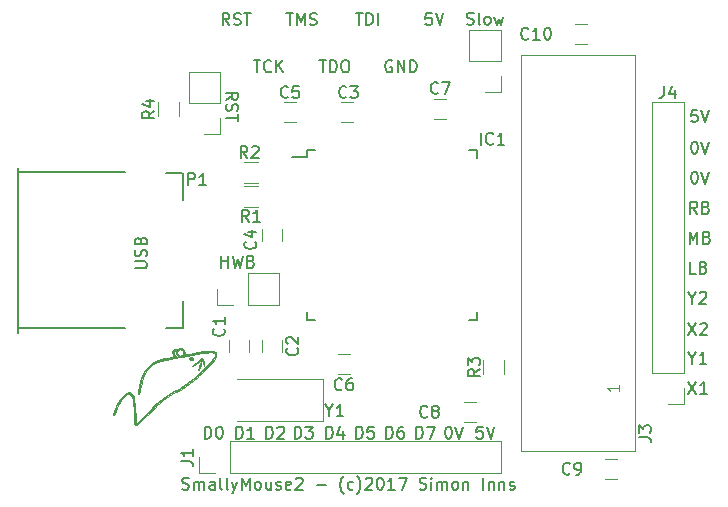
<source format=gto>
G04 #@! TF.FileFunction,Legend,Top*
%FSLAX46Y46*%
G04 Gerber Fmt 4.6, Leading zero omitted, Abs format (unit mm)*
G04 Created by KiCad (PCBNEW 4.0.6) date 05/07/17 15:41:17*
%MOMM*%
%LPD*%
G01*
G04 APERTURE LIST*
%ADD10C,0.100000*%
%ADD11C,0.150000*%
%ADD12C,0.010000*%
%ADD13C,0.120000*%
G04 APERTURE END LIST*
D10*
D11*
X147343905Y-117292381D02*
X147343905Y-116292381D01*
X147582000Y-116292381D01*
X147724858Y-116340000D01*
X147820096Y-116435238D01*
X147867715Y-116530476D01*
X147915334Y-116720952D01*
X147915334Y-116863810D01*
X147867715Y-117054286D01*
X147820096Y-117149524D01*
X147724858Y-117244762D01*
X147582000Y-117292381D01*
X147343905Y-117292381D01*
X148248667Y-116292381D02*
X148915334Y-116292381D01*
X148486762Y-117292381D01*
X144803905Y-117292381D02*
X144803905Y-116292381D01*
X145042000Y-116292381D01*
X145184858Y-116340000D01*
X145280096Y-116435238D01*
X145327715Y-116530476D01*
X145375334Y-116720952D01*
X145375334Y-116863810D01*
X145327715Y-117054286D01*
X145280096Y-117149524D01*
X145184858Y-117244762D01*
X145042000Y-117292381D01*
X144803905Y-117292381D01*
X146232477Y-116292381D02*
X146042000Y-116292381D01*
X145946762Y-116340000D01*
X145899143Y-116387619D01*
X145803905Y-116530476D01*
X145756286Y-116720952D01*
X145756286Y-117101905D01*
X145803905Y-117197143D01*
X145851524Y-117244762D01*
X145946762Y-117292381D01*
X146137239Y-117292381D01*
X146232477Y-117244762D01*
X146280096Y-117197143D01*
X146327715Y-117101905D01*
X146327715Y-116863810D01*
X146280096Y-116768571D01*
X146232477Y-116720952D01*
X146137239Y-116673333D01*
X145946762Y-116673333D01*
X145851524Y-116720952D01*
X145803905Y-116768571D01*
X145756286Y-116863810D01*
X142263905Y-117292381D02*
X142263905Y-116292381D01*
X142502000Y-116292381D01*
X142644858Y-116340000D01*
X142740096Y-116435238D01*
X142787715Y-116530476D01*
X142835334Y-116720952D01*
X142835334Y-116863810D01*
X142787715Y-117054286D01*
X142740096Y-117149524D01*
X142644858Y-117244762D01*
X142502000Y-117292381D01*
X142263905Y-117292381D01*
X143740096Y-116292381D02*
X143263905Y-116292381D01*
X143216286Y-116768571D01*
X143263905Y-116720952D01*
X143359143Y-116673333D01*
X143597239Y-116673333D01*
X143692477Y-116720952D01*
X143740096Y-116768571D01*
X143787715Y-116863810D01*
X143787715Y-117101905D01*
X143740096Y-117197143D01*
X143692477Y-117244762D01*
X143597239Y-117292381D01*
X143359143Y-117292381D01*
X143263905Y-117244762D01*
X143216286Y-117197143D01*
X139723905Y-117292381D02*
X139723905Y-116292381D01*
X139962000Y-116292381D01*
X140104858Y-116340000D01*
X140200096Y-116435238D01*
X140247715Y-116530476D01*
X140295334Y-116720952D01*
X140295334Y-116863810D01*
X140247715Y-117054286D01*
X140200096Y-117149524D01*
X140104858Y-117244762D01*
X139962000Y-117292381D01*
X139723905Y-117292381D01*
X141152477Y-116625714D02*
X141152477Y-117292381D01*
X140914381Y-116244762D02*
X140676286Y-116959048D01*
X141295334Y-116959048D01*
X137056905Y-117292381D02*
X137056905Y-116292381D01*
X137295000Y-116292381D01*
X137437858Y-116340000D01*
X137533096Y-116435238D01*
X137580715Y-116530476D01*
X137628334Y-116720952D01*
X137628334Y-116863810D01*
X137580715Y-117054286D01*
X137533096Y-117149524D01*
X137437858Y-117244762D01*
X137295000Y-117292381D01*
X137056905Y-117292381D01*
X137961667Y-116292381D02*
X138580715Y-116292381D01*
X138247381Y-116673333D01*
X138390239Y-116673333D01*
X138485477Y-116720952D01*
X138533096Y-116768571D01*
X138580715Y-116863810D01*
X138580715Y-117101905D01*
X138533096Y-117197143D01*
X138485477Y-117244762D01*
X138390239Y-117292381D01*
X138104524Y-117292381D01*
X138009286Y-117244762D01*
X137961667Y-117197143D01*
X134643905Y-117292381D02*
X134643905Y-116292381D01*
X134882000Y-116292381D01*
X135024858Y-116340000D01*
X135120096Y-116435238D01*
X135167715Y-116530476D01*
X135215334Y-116720952D01*
X135215334Y-116863810D01*
X135167715Y-117054286D01*
X135120096Y-117149524D01*
X135024858Y-117244762D01*
X134882000Y-117292381D01*
X134643905Y-117292381D01*
X135596286Y-116387619D02*
X135643905Y-116340000D01*
X135739143Y-116292381D01*
X135977239Y-116292381D01*
X136072477Y-116340000D01*
X136120096Y-116387619D01*
X136167715Y-116482857D01*
X136167715Y-116578095D01*
X136120096Y-116720952D01*
X135548667Y-117292381D01*
X136167715Y-117292381D01*
X132103905Y-117292381D02*
X132103905Y-116292381D01*
X132342000Y-116292381D01*
X132484858Y-116340000D01*
X132580096Y-116435238D01*
X132627715Y-116530476D01*
X132675334Y-116720952D01*
X132675334Y-116863810D01*
X132627715Y-117054286D01*
X132580096Y-117149524D01*
X132484858Y-117244762D01*
X132342000Y-117292381D01*
X132103905Y-117292381D01*
X133627715Y-117292381D02*
X133056286Y-117292381D01*
X133342000Y-117292381D02*
X133342000Y-116292381D01*
X133246762Y-116435238D01*
X133151524Y-116530476D01*
X133056286Y-116578095D01*
X129436905Y-117292381D02*
X129436905Y-116292381D01*
X129675000Y-116292381D01*
X129817858Y-116340000D01*
X129913096Y-116435238D01*
X129960715Y-116530476D01*
X130008334Y-116720952D01*
X130008334Y-116863810D01*
X129960715Y-117054286D01*
X129913096Y-117149524D01*
X129817858Y-117244762D01*
X129675000Y-117292381D01*
X129436905Y-117292381D01*
X130627381Y-116292381D02*
X130722620Y-116292381D01*
X130817858Y-116340000D01*
X130865477Y-116387619D01*
X130913096Y-116482857D01*
X130960715Y-116673333D01*
X130960715Y-116911429D01*
X130913096Y-117101905D01*
X130865477Y-117197143D01*
X130817858Y-117244762D01*
X130722620Y-117292381D01*
X130627381Y-117292381D01*
X130532143Y-117244762D01*
X130484524Y-117197143D01*
X130436905Y-117101905D01*
X130389286Y-116911429D01*
X130389286Y-116673333D01*
X130436905Y-116482857D01*
X130484524Y-116387619D01*
X130532143Y-116340000D01*
X130627381Y-116292381D01*
X150018809Y-116292381D02*
X150114048Y-116292381D01*
X150209286Y-116340000D01*
X150256905Y-116387619D01*
X150304524Y-116482857D01*
X150352143Y-116673333D01*
X150352143Y-116911429D01*
X150304524Y-117101905D01*
X150256905Y-117197143D01*
X150209286Y-117244762D01*
X150114048Y-117292381D01*
X150018809Y-117292381D01*
X149923571Y-117244762D01*
X149875952Y-117197143D01*
X149828333Y-117101905D01*
X149780714Y-116911429D01*
X149780714Y-116673333D01*
X149828333Y-116482857D01*
X149875952Y-116387619D01*
X149923571Y-116340000D01*
X150018809Y-116292381D01*
X150637857Y-116292381D02*
X150971190Y-117292381D01*
X151304524Y-116292381D01*
X152971524Y-116292381D02*
X152495333Y-116292381D01*
X152447714Y-116768571D01*
X152495333Y-116720952D01*
X152590571Y-116673333D01*
X152828667Y-116673333D01*
X152923905Y-116720952D01*
X152971524Y-116768571D01*
X153019143Y-116863810D01*
X153019143Y-117101905D01*
X152971524Y-117197143D01*
X152923905Y-117244762D01*
X152828667Y-117292381D01*
X152590571Y-117292381D01*
X152495333Y-117244762D01*
X152447714Y-117197143D01*
X153304857Y-116292381D02*
X153638190Y-117292381D01*
X153971524Y-116292381D01*
X127533570Y-121562762D02*
X127676427Y-121610381D01*
X127914523Y-121610381D01*
X128009761Y-121562762D01*
X128057380Y-121515143D01*
X128104999Y-121419905D01*
X128104999Y-121324667D01*
X128057380Y-121229429D01*
X128009761Y-121181810D01*
X127914523Y-121134190D01*
X127724046Y-121086571D01*
X127628808Y-121038952D01*
X127581189Y-120991333D01*
X127533570Y-120896095D01*
X127533570Y-120800857D01*
X127581189Y-120705619D01*
X127628808Y-120658000D01*
X127724046Y-120610381D01*
X127962142Y-120610381D01*
X128104999Y-120658000D01*
X128533570Y-121610381D02*
X128533570Y-120943714D01*
X128533570Y-121038952D02*
X128581189Y-120991333D01*
X128676427Y-120943714D01*
X128819285Y-120943714D01*
X128914523Y-120991333D01*
X128962142Y-121086571D01*
X128962142Y-121610381D01*
X128962142Y-121086571D02*
X129009761Y-120991333D01*
X129104999Y-120943714D01*
X129247856Y-120943714D01*
X129343094Y-120991333D01*
X129390713Y-121086571D01*
X129390713Y-121610381D01*
X130295475Y-121610381D02*
X130295475Y-121086571D01*
X130247856Y-120991333D01*
X130152618Y-120943714D01*
X129962141Y-120943714D01*
X129866903Y-120991333D01*
X130295475Y-121562762D02*
X130200237Y-121610381D01*
X129962141Y-121610381D01*
X129866903Y-121562762D01*
X129819284Y-121467524D01*
X129819284Y-121372286D01*
X129866903Y-121277048D01*
X129962141Y-121229429D01*
X130200237Y-121229429D01*
X130295475Y-121181810D01*
X130914522Y-121610381D02*
X130819284Y-121562762D01*
X130771665Y-121467524D01*
X130771665Y-120610381D01*
X131438332Y-121610381D02*
X131343094Y-121562762D01*
X131295475Y-121467524D01*
X131295475Y-120610381D01*
X131724047Y-120943714D02*
X131962142Y-121610381D01*
X132200238Y-120943714D02*
X131962142Y-121610381D01*
X131866904Y-121848476D01*
X131819285Y-121896095D01*
X131724047Y-121943714D01*
X132581190Y-121610381D02*
X132581190Y-120610381D01*
X132914524Y-121324667D01*
X133247857Y-120610381D01*
X133247857Y-121610381D01*
X133866904Y-121610381D02*
X133771666Y-121562762D01*
X133724047Y-121515143D01*
X133676428Y-121419905D01*
X133676428Y-121134190D01*
X133724047Y-121038952D01*
X133771666Y-120991333D01*
X133866904Y-120943714D01*
X134009762Y-120943714D01*
X134105000Y-120991333D01*
X134152619Y-121038952D01*
X134200238Y-121134190D01*
X134200238Y-121419905D01*
X134152619Y-121515143D01*
X134105000Y-121562762D01*
X134009762Y-121610381D01*
X133866904Y-121610381D01*
X135057381Y-120943714D02*
X135057381Y-121610381D01*
X134628809Y-120943714D02*
X134628809Y-121467524D01*
X134676428Y-121562762D01*
X134771666Y-121610381D01*
X134914524Y-121610381D01*
X135009762Y-121562762D01*
X135057381Y-121515143D01*
X135485952Y-121562762D02*
X135581190Y-121610381D01*
X135771666Y-121610381D01*
X135866905Y-121562762D01*
X135914524Y-121467524D01*
X135914524Y-121419905D01*
X135866905Y-121324667D01*
X135771666Y-121277048D01*
X135628809Y-121277048D01*
X135533571Y-121229429D01*
X135485952Y-121134190D01*
X135485952Y-121086571D01*
X135533571Y-120991333D01*
X135628809Y-120943714D01*
X135771666Y-120943714D01*
X135866905Y-120991333D01*
X136724048Y-121562762D02*
X136628810Y-121610381D01*
X136438333Y-121610381D01*
X136343095Y-121562762D01*
X136295476Y-121467524D01*
X136295476Y-121086571D01*
X136343095Y-120991333D01*
X136438333Y-120943714D01*
X136628810Y-120943714D01*
X136724048Y-120991333D01*
X136771667Y-121086571D01*
X136771667Y-121181810D01*
X136295476Y-121277048D01*
X137152619Y-120705619D02*
X137200238Y-120658000D01*
X137295476Y-120610381D01*
X137533572Y-120610381D01*
X137628810Y-120658000D01*
X137676429Y-120705619D01*
X137724048Y-120800857D01*
X137724048Y-120896095D01*
X137676429Y-121038952D01*
X137105000Y-121610381D01*
X137724048Y-121610381D01*
X138914524Y-121229429D02*
X139676429Y-121229429D01*
X141200239Y-121991333D02*
X141152619Y-121943714D01*
X141057381Y-121800857D01*
X141009762Y-121705619D01*
X140962143Y-121562762D01*
X140914524Y-121324667D01*
X140914524Y-121134190D01*
X140962143Y-120896095D01*
X141009762Y-120753238D01*
X141057381Y-120658000D01*
X141152619Y-120515143D01*
X141200239Y-120467524D01*
X142009763Y-121562762D02*
X141914525Y-121610381D01*
X141724048Y-121610381D01*
X141628810Y-121562762D01*
X141581191Y-121515143D01*
X141533572Y-121419905D01*
X141533572Y-121134190D01*
X141581191Y-121038952D01*
X141628810Y-120991333D01*
X141724048Y-120943714D01*
X141914525Y-120943714D01*
X142009763Y-120991333D01*
X142343096Y-121991333D02*
X142390715Y-121943714D01*
X142485953Y-121800857D01*
X142533572Y-121705619D01*
X142581191Y-121562762D01*
X142628810Y-121324667D01*
X142628810Y-121134190D01*
X142581191Y-120896095D01*
X142533572Y-120753238D01*
X142485953Y-120658000D01*
X142390715Y-120515143D01*
X142343096Y-120467524D01*
X143057382Y-120705619D02*
X143105001Y-120658000D01*
X143200239Y-120610381D01*
X143438335Y-120610381D01*
X143533573Y-120658000D01*
X143581192Y-120705619D01*
X143628811Y-120800857D01*
X143628811Y-120896095D01*
X143581192Y-121038952D01*
X143009763Y-121610381D01*
X143628811Y-121610381D01*
X144247858Y-120610381D02*
X144343097Y-120610381D01*
X144438335Y-120658000D01*
X144485954Y-120705619D01*
X144533573Y-120800857D01*
X144581192Y-120991333D01*
X144581192Y-121229429D01*
X144533573Y-121419905D01*
X144485954Y-121515143D01*
X144438335Y-121562762D01*
X144343097Y-121610381D01*
X144247858Y-121610381D01*
X144152620Y-121562762D01*
X144105001Y-121515143D01*
X144057382Y-121419905D01*
X144009763Y-121229429D01*
X144009763Y-120991333D01*
X144057382Y-120800857D01*
X144105001Y-120705619D01*
X144152620Y-120658000D01*
X144247858Y-120610381D01*
X145533573Y-121610381D02*
X144962144Y-121610381D01*
X145247858Y-121610381D02*
X145247858Y-120610381D01*
X145152620Y-120753238D01*
X145057382Y-120848476D01*
X144962144Y-120896095D01*
X145866906Y-120610381D02*
X146533573Y-120610381D01*
X146105001Y-121610381D01*
X147628811Y-121562762D02*
X147771668Y-121610381D01*
X148009764Y-121610381D01*
X148105002Y-121562762D01*
X148152621Y-121515143D01*
X148200240Y-121419905D01*
X148200240Y-121324667D01*
X148152621Y-121229429D01*
X148105002Y-121181810D01*
X148009764Y-121134190D01*
X147819287Y-121086571D01*
X147724049Y-121038952D01*
X147676430Y-120991333D01*
X147628811Y-120896095D01*
X147628811Y-120800857D01*
X147676430Y-120705619D01*
X147724049Y-120658000D01*
X147819287Y-120610381D01*
X148057383Y-120610381D01*
X148200240Y-120658000D01*
X148628811Y-121610381D02*
X148628811Y-120943714D01*
X148628811Y-120610381D02*
X148581192Y-120658000D01*
X148628811Y-120705619D01*
X148676430Y-120658000D01*
X148628811Y-120610381D01*
X148628811Y-120705619D01*
X149105001Y-121610381D02*
X149105001Y-120943714D01*
X149105001Y-121038952D02*
X149152620Y-120991333D01*
X149247858Y-120943714D01*
X149390716Y-120943714D01*
X149485954Y-120991333D01*
X149533573Y-121086571D01*
X149533573Y-121610381D01*
X149533573Y-121086571D02*
X149581192Y-120991333D01*
X149676430Y-120943714D01*
X149819287Y-120943714D01*
X149914525Y-120991333D01*
X149962144Y-121086571D01*
X149962144Y-121610381D01*
X150581191Y-121610381D02*
X150485953Y-121562762D01*
X150438334Y-121515143D01*
X150390715Y-121419905D01*
X150390715Y-121134190D01*
X150438334Y-121038952D01*
X150485953Y-120991333D01*
X150581191Y-120943714D01*
X150724049Y-120943714D01*
X150819287Y-120991333D01*
X150866906Y-121038952D01*
X150914525Y-121134190D01*
X150914525Y-121419905D01*
X150866906Y-121515143D01*
X150819287Y-121562762D01*
X150724049Y-121610381D01*
X150581191Y-121610381D01*
X151343096Y-120943714D02*
X151343096Y-121610381D01*
X151343096Y-121038952D02*
X151390715Y-120991333D01*
X151485953Y-120943714D01*
X151628811Y-120943714D01*
X151724049Y-120991333D01*
X151771668Y-121086571D01*
X151771668Y-121610381D01*
X153009763Y-121610381D02*
X153009763Y-120610381D01*
X153485953Y-120943714D02*
X153485953Y-121610381D01*
X153485953Y-121038952D02*
X153533572Y-120991333D01*
X153628810Y-120943714D01*
X153771668Y-120943714D01*
X153866906Y-120991333D01*
X153914525Y-121086571D01*
X153914525Y-121610381D01*
X154390715Y-120943714D02*
X154390715Y-121610381D01*
X154390715Y-121038952D02*
X154438334Y-120991333D01*
X154533572Y-120943714D01*
X154676430Y-120943714D01*
X154771668Y-120991333D01*
X154819287Y-121086571D01*
X154819287Y-121610381D01*
X155247858Y-121562762D02*
X155343096Y-121610381D01*
X155533572Y-121610381D01*
X155628811Y-121562762D01*
X155676430Y-121467524D01*
X155676430Y-121419905D01*
X155628811Y-121324667D01*
X155533572Y-121277048D01*
X155390715Y-121277048D01*
X155295477Y-121229429D01*
X155247858Y-121134190D01*
X155247858Y-121086571D01*
X155295477Y-120991333D01*
X155390715Y-120943714D01*
X155533572Y-120943714D01*
X155628811Y-120991333D01*
X123531381Y-102861905D02*
X124340905Y-102861905D01*
X124436143Y-102814286D01*
X124483762Y-102766667D01*
X124531381Y-102671429D01*
X124531381Y-102480952D01*
X124483762Y-102385714D01*
X124436143Y-102338095D01*
X124340905Y-102290476D01*
X123531381Y-102290476D01*
X124483762Y-101861905D02*
X124531381Y-101719048D01*
X124531381Y-101480952D01*
X124483762Y-101385714D01*
X124436143Y-101338095D01*
X124340905Y-101290476D01*
X124245667Y-101290476D01*
X124150429Y-101338095D01*
X124102810Y-101385714D01*
X124055190Y-101480952D01*
X124007571Y-101671429D01*
X123959952Y-101766667D01*
X123912333Y-101814286D01*
X123817095Y-101861905D01*
X123721857Y-101861905D01*
X123626619Y-101814286D01*
X123579000Y-101766667D01*
X123531381Y-101671429D01*
X123531381Y-101433333D01*
X123579000Y-101290476D01*
X124007571Y-100528571D02*
X124055190Y-100385714D01*
X124102810Y-100338095D01*
X124198048Y-100290476D01*
X124340905Y-100290476D01*
X124436143Y-100338095D01*
X124483762Y-100385714D01*
X124531381Y-100480952D01*
X124531381Y-100861905D01*
X123531381Y-100861905D01*
X123531381Y-100528571D01*
X123579000Y-100433333D01*
X123626619Y-100385714D01*
X123721857Y-100338095D01*
X123817095Y-100338095D01*
X123912333Y-100385714D01*
X123959952Y-100433333D01*
X124007571Y-100528571D01*
X124007571Y-100861905D01*
X130849857Y-102814381D02*
X130849857Y-101814381D01*
X130849857Y-102290571D02*
X131421286Y-102290571D01*
X131421286Y-102814381D02*
X131421286Y-101814381D01*
X131802238Y-101814381D02*
X132040333Y-102814381D01*
X132230810Y-102100095D01*
X132421286Y-102814381D01*
X132659381Y-101814381D01*
X133373667Y-102290571D02*
X133516524Y-102338190D01*
X133564143Y-102385810D01*
X133611762Y-102481048D01*
X133611762Y-102623905D01*
X133564143Y-102719143D01*
X133516524Y-102766762D01*
X133421286Y-102814381D01*
X133040333Y-102814381D01*
X133040333Y-101814381D01*
X133373667Y-101814381D01*
X133468905Y-101862000D01*
X133516524Y-101909619D01*
X133564143Y-102004857D01*
X133564143Y-102100095D01*
X133516524Y-102195333D01*
X133468905Y-102242952D01*
X133373667Y-102290571D01*
X133040333Y-102290571D01*
X131246619Y-88606381D02*
X131722810Y-88273047D01*
X131246619Y-88034952D02*
X132246619Y-88034952D01*
X132246619Y-88415905D01*
X132199000Y-88511143D01*
X132151381Y-88558762D01*
X132056143Y-88606381D01*
X131913286Y-88606381D01*
X131818048Y-88558762D01*
X131770429Y-88511143D01*
X131722810Y-88415905D01*
X131722810Y-88034952D01*
X131294238Y-88987333D02*
X131246619Y-89130190D01*
X131246619Y-89368286D01*
X131294238Y-89463524D01*
X131341857Y-89511143D01*
X131437095Y-89558762D01*
X131532333Y-89558762D01*
X131627571Y-89511143D01*
X131675190Y-89463524D01*
X131722810Y-89368286D01*
X131770429Y-89177809D01*
X131818048Y-89082571D01*
X131865667Y-89034952D01*
X131960905Y-88987333D01*
X132056143Y-88987333D01*
X132151381Y-89034952D01*
X132199000Y-89082571D01*
X132246619Y-89177809D01*
X132246619Y-89415905D01*
X132199000Y-89558762D01*
X132246619Y-89844476D02*
X132246619Y-90415905D01*
X131246619Y-90130190D02*
X132246619Y-90130190D01*
X151638190Y-82192762D02*
X151781047Y-82240381D01*
X152019143Y-82240381D01*
X152114381Y-82192762D01*
X152162000Y-82145143D01*
X152209619Y-82049905D01*
X152209619Y-81954667D01*
X152162000Y-81859429D01*
X152114381Y-81811810D01*
X152019143Y-81764190D01*
X151828666Y-81716571D01*
X151733428Y-81668952D01*
X151685809Y-81621333D01*
X151638190Y-81526095D01*
X151638190Y-81430857D01*
X151685809Y-81335619D01*
X151733428Y-81288000D01*
X151828666Y-81240381D01*
X152066762Y-81240381D01*
X152209619Y-81288000D01*
X152781047Y-82240381D02*
X152685809Y-82192762D01*
X152638190Y-82097524D01*
X152638190Y-81240381D01*
X153304857Y-82240381D02*
X153209619Y-82192762D01*
X153162000Y-82145143D01*
X153114381Y-82049905D01*
X153114381Y-81764190D01*
X153162000Y-81668952D01*
X153209619Y-81621333D01*
X153304857Y-81573714D01*
X153447715Y-81573714D01*
X153542953Y-81621333D01*
X153590572Y-81668952D01*
X153638191Y-81764190D01*
X153638191Y-82049905D01*
X153590572Y-82145143D01*
X153542953Y-82192762D01*
X153447715Y-82240381D01*
X153304857Y-82240381D01*
X153971524Y-81573714D02*
X154162000Y-82240381D01*
X154352477Y-81764190D01*
X154542953Y-82240381D01*
X154733429Y-81573714D01*
X170386476Y-112482381D02*
X171053143Y-113482381D01*
X171053143Y-112482381D02*
X170386476Y-113482381D01*
X171957905Y-113482381D02*
X171386476Y-113482381D01*
X171672190Y-113482381D02*
X171672190Y-112482381D01*
X171576952Y-112625238D01*
X171481714Y-112720476D01*
X171386476Y-112768095D01*
X170719809Y-110466190D02*
X170719809Y-110942381D01*
X170386476Y-109942381D02*
X170719809Y-110466190D01*
X171053143Y-109942381D01*
X171910286Y-110942381D02*
X171338857Y-110942381D01*
X171624571Y-110942381D02*
X171624571Y-109942381D01*
X171529333Y-110085238D01*
X171434095Y-110180476D01*
X171338857Y-110228095D01*
X170386476Y-107529381D02*
X171053143Y-108529381D01*
X171053143Y-107529381D02*
X170386476Y-108529381D01*
X171386476Y-107624619D02*
X171434095Y-107577000D01*
X171529333Y-107529381D01*
X171767429Y-107529381D01*
X171862667Y-107577000D01*
X171910286Y-107624619D01*
X171957905Y-107719857D01*
X171957905Y-107815095D01*
X171910286Y-107957952D01*
X171338857Y-108529381D01*
X171957905Y-108529381D01*
X170719809Y-105386190D02*
X170719809Y-105862381D01*
X170386476Y-104862381D02*
X170719809Y-105386190D01*
X171053143Y-104862381D01*
X171338857Y-104957619D02*
X171386476Y-104910000D01*
X171481714Y-104862381D01*
X171719810Y-104862381D01*
X171815048Y-104910000D01*
X171862667Y-104957619D01*
X171910286Y-105052857D01*
X171910286Y-105148095D01*
X171862667Y-105290952D01*
X171291238Y-105862381D01*
X171910286Y-105862381D01*
X171005524Y-103322381D02*
X170529333Y-103322381D01*
X170529333Y-102322381D01*
X171672191Y-102798571D02*
X171815048Y-102846190D01*
X171862667Y-102893810D01*
X171910286Y-102989048D01*
X171910286Y-103131905D01*
X171862667Y-103227143D01*
X171815048Y-103274762D01*
X171719810Y-103322381D01*
X171338857Y-103322381D01*
X171338857Y-102322381D01*
X171672191Y-102322381D01*
X171767429Y-102370000D01*
X171815048Y-102417619D01*
X171862667Y-102512857D01*
X171862667Y-102608095D01*
X171815048Y-102703333D01*
X171767429Y-102750952D01*
X171672191Y-102798571D01*
X171338857Y-102798571D01*
X170489667Y-100782381D02*
X170489667Y-99782381D01*
X170823001Y-100496667D01*
X171156334Y-99782381D01*
X171156334Y-100782381D01*
X171965858Y-100258571D02*
X172108715Y-100306190D01*
X172156334Y-100353810D01*
X172203953Y-100449048D01*
X172203953Y-100591905D01*
X172156334Y-100687143D01*
X172108715Y-100734762D01*
X172013477Y-100782381D01*
X171632524Y-100782381D01*
X171632524Y-99782381D01*
X171965858Y-99782381D01*
X172061096Y-99830000D01*
X172108715Y-99877619D01*
X172156334Y-99972857D01*
X172156334Y-100068095D01*
X172108715Y-100163333D01*
X172061096Y-100210952D01*
X171965858Y-100258571D01*
X171632524Y-100258571D01*
X171132524Y-98242381D02*
X170799190Y-97766190D01*
X170561095Y-98242381D02*
X170561095Y-97242381D01*
X170942048Y-97242381D01*
X171037286Y-97290000D01*
X171084905Y-97337619D01*
X171132524Y-97432857D01*
X171132524Y-97575714D01*
X171084905Y-97670952D01*
X171037286Y-97718571D01*
X170942048Y-97766190D01*
X170561095Y-97766190D01*
X171894429Y-97718571D02*
X172037286Y-97766190D01*
X172084905Y-97813810D01*
X172132524Y-97909048D01*
X172132524Y-98051905D01*
X172084905Y-98147143D01*
X172037286Y-98194762D01*
X171942048Y-98242381D01*
X171561095Y-98242381D01*
X171561095Y-97242381D01*
X171894429Y-97242381D01*
X171989667Y-97290000D01*
X172037286Y-97337619D01*
X172084905Y-97432857D01*
X172084905Y-97528095D01*
X172037286Y-97623333D01*
X171989667Y-97670952D01*
X171894429Y-97718571D01*
X171561095Y-97718571D01*
X170846809Y-94702381D02*
X170942048Y-94702381D01*
X171037286Y-94750000D01*
X171084905Y-94797619D01*
X171132524Y-94892857D01*
X171180143Y-95083333D01*
X171180143Y-95321429D01*
X171132524Y-95511905D01*
X171084905Y-95607143D01*
X171037286Y-95654762D01*
X170942048Y-95702381D01*
X170846809Y-95702381D01*
X170751571Y-95654762D01*
X170703952Y-95607143D01*
X170656333Y-95511905D01*
X170608714Y-95321429D01*
X170608714Y-95083333D01*
X170656333Y-94892857D01*
X170703952Y-94797619D01*
X170751571Y-94750000D01*
X170846809Y-94702381D01*
X171465857Y-94702381D02*
X171799190Y-95702381D01*
X172132524Y-94702381D01*
X170846809Y-92162381D02*
X170942048Y-92162381D01*
X171037286Y-92210000D01*
X171084905Y-92257619D01*
X171132524Y-92352857D01*
X171180143Y-92543333D01*
X171180143Y-92781429D01*
X171132524Y-92971905D01*
X171084905Y-93067143D01*
X171037286Y-93114762D01*
X170942048Y-93162381D01*
X170846809Y-93162381D01*
X170751571Y-93114762D01*
X170703952Y-93067143D01*
X170656333Y-92971905D01*
X170608714Y-92781429D01*
X170608714Y-92543333D01*
X170656333Y-92352857D01*
X170703952Y-92257619D01*
X170751571Y-92210000D01*
X170846809Y-92162381D01*
X171465857Y-92162381D02*
X171799190Y-93162381D01*
X172132524Y-92162381D01*
X171132524Y-89495381D02*
X170656333Y-89495381D01*
X170608714Y-89971571D01*
X170656333Y-89923952D01*
X170751571Y-89876333D01*
X170989667Y-89876333D01*
X171084905Y-89923952D01*
X171132524Y-89971571D01*
X171180143Y-90066810D01*
X171180143Y-90304905D01*
X171132524Y-90400143D01*
X171084905Y-90447762D01*
X170989667Y-90495381D01*
X170751571Y-90495381D01*
X170656333Y-90447762D01*
X170608714Y-90400143D01*
X171465857Y-89495381D02*
X171799190Y-90495381D01*
X172132524Y-89495381D01*
D12*
G36*
X124873485Y-110975979D02*
X125013832Y-110863073D01*
X125159021Y-110772917D01*
X125324334Y-110698860D01*
X125525055Y-110634249D01*
X125776470Y-110572435D01*
X126093861Y-110506765D01*
X126155553Y-110494725D01*
X126381069Y-110448972D01*
X126574169Y-110405984D01*
X126720947Y-110369170D01*
X126807496Y-110341930D01*
X126824871Y-110330875D01*
X126809302Y-110312866D01*
X126806473Y-110315292D01*
X126805976Y-110315191D01*
X126874191Y-110246977D01*
X127004774Y-110330156D01*
X127027454Y-110337719D01*
X127120012Y-110347723D01*
X127146149Y-110309635D01*
X127103010Y-110237987D01*
X127168081Y-110172916D01*
X127280807Y-110258526D01*
X127383644Y-110276936D01*
X127523233Y-110241681D01*
X127613066Y-110145227D01*
X127638570Y-110042664D01*
X127607011Y-109923703D01*
X127518436Y-109819799D01*
X127399550Y-109758646D01*
X127358910Y-109752601D01*
X127235055Y-109782753D01*
X127142642Y-109869591D01*
X127104680Y-109987950D01*
X127107626Y-110027459D01*
X127168081Y-110172916D01*
X127103010Y-110237987D01*
X127100577Y-110233945D01*
X127086962Y-110219729D01*
X127021520Y-110103307D01*
X127014059Y-109967221D01*
X127020076Y-109840730D01*
X127004023Y-109790437D01*
X126957888Y-109809046D01*
X126899570Y-109862984D01*
X126816404Y-109994141D01*
X126809672Y-110128555D01*
X126874191Y-110246977D01*
X126805976Y-110315191D01*
X126773118Y-110308559D01*
X126739973Y-110243436D01*
X126714028Y-110145927D01*
X126702273Y-110042034D01*
X126710974Y-109959959D01*
X126781432Y-109811114D01*
X126887010Y-109728402D01*
X127023419Y-109696800D01*
X127171065Y-109676575D01*
X127308465Y-109650775D01*
X127461179Y-109654483D01*
X127594368Y-109726436D01*
X127692465Y-109850307D01*
X127739907Y-110009766D01*
X127739240Y-110102669D01*
X127739568Y-110139119D01*
X127757712Y-110162117D01*
X127804929Y-110171120D01*
X127892480Y-110165584D01*
X128031624Y-110144965D01*
X128233618Y-110108722D01*
X128445550Y-110068585D01*
X128903579Y-109984307D01*
X129286476Y-109921683D01*
X129600937Y-109880630D01*
X129853659Y-109861065D01*
X130051338Y-109862904D01*
X130200671Y-109886064D01*
X130308353Y-109930464D01*
X130381083Y-109996018D01*
X130410131Y-110044207D01*
X130438956Y-110153805D01*
X130425990Y-110280835D01*
X130368037Y-110429379D01*
X130261898Y-110603522D01*
X130104380Y-110807347D01*
X129892286Y-111044939D01*
X129622419Y-111320380D01*
X129291582Y-111637754D01*
X128896581Y-112001146D01*
X128834600Y-112057169D01*
X128504565Y-112344765D01*
X128184219Y-112600707D01*
X127852810Y-112839765D01*
X127489587Y-113076707D01*
X127073794Y-113326302D01*
X126955083Y-113394768D01*
X126662091Y-113563954D01*
X126413943Y-113711902D01*
X126198810Y-113847957D01*
X126004868Y-113981462D01*
X125820287Y-114121757D01*
X125633242Y-114278187D01*
X125431906Y-114460092D01*
X125204451Y-114676817D01*
X124939050Y-114937704D01*
X124699118Y-115176831D01*
X124450579Y-115423451D01*
X124222998Y-115645678D01*
X124023676Y-115836625D01*
X123859914Y-115989401D01*
X123739014Y-116097118D01*
X123668275Y-116152886D01*
X123659526Y-116157797D01*
X123561804Y-116175635D01*
X123499721Y-116151559D01*
X123478378Y-116089506D01*
X123461546Y-115962248D01*
X123451082Y-115789205D01*
X123448600Y-115617482D01*
X123442630Y-115145090D01*
X123419811Y-114721200D01*
X123381141Y-114352144D01*
X123327619Y-114044253D01*
X123260242Y-113803859D01*
X123180009Y-113637291D01*
X123126738Y-113575948D01*
X123044121Y-113518796D01*
X122968336Y-113512736D01*
X122861704Y-113555509D01*
X122853476Y-113559592D01*
X122706643Y-113666258D01*
X122544787Y-113841106D01*
X122375986Y-114070866D01*
X122208316Y-114342265D01*
X122049856Y-114642031D01*
X121908683Y-114956894D01*
X121792874Y-115273582D01*
X121774638Y-115332092D01*
X121735571Y-115342480D01*
X121699241Y-115331204D01*
X121674480Y-115276865D01*
X121689523Y-115163663D01*
X121738540Y-115004049D01*
X121815698Y-114810478D01*
X121915169Y-114595400D01*
X122031120Y-114371270D01*
X122157724Y-114150540D01*
X122289148Y-113945662D01*
X122419564Y-113769090D01*
X122445119Y-113738140D01*
X122582699Y-113587622D01*
X122703538Y-113488078D01*
X122826813Y-113420779D01*
X122985253Y-113373739D01*
X123122330Y-113386327D01*
X123239269Y-113461629D01*
X123337299Y-113602725D01*
X123417645Y-113812700D01*
X123481534Y-114094635D01*
X123530194Y-114451614D01*
X123564853Y-114886719D01*
X123584340Y-115324048D01*
X123594036Y-115584761D01*
X123604740Y-115771096D01*
X123617966Y-115893339D01*
X123635232Y-115961779D01*
X123658054Y-115986701D01*
X123681343Y-115982211D01*
X123728761Y-115943235D01*
X123827369Y-115851349D01*
X123969277Y-115714285D01*
X124146591Y-115539775D01*
X124351418Y-115335552D01*
X124575865Y-115109345D01*
X124672221Y-115011538D01*
X124953656Y-114726029D01*
X125188278Y-114491524D01*
X125388337Y-114298372D01*
X125566091Y-114136919D01*
X125733790Y-113997513D01*
X125903690Y-113870500D01*
X126088042Y-113746227D01*
X126299103Y-113615043D01*
X126549124Y-113467292D01*
X126850360Y-113293323D01*
X126861430Y-113286957D01*
X127236884Y-113066499D01*
X127568208Y-112860366D01*
X127869485Y-112657632D01*
X128154795Y-112447371D01*
X128438220Y-112218657D01*
X128733842Y-111960565D01*
X129055742Y-111662167D01*
X129418001Y-111312538D01*
X129463469Y-111267979D01*
X129718881Y-111014161D01*
X129917580Y-110808180D01*
X130066044Y-110641524D01*
X130170752Y-110505678D01*
X130238180Y-110392129D01*
X130274806Y-110292364D01*
X130287108Y-110197871D01*
X130287259Y-110185334D01*
X130282813Y-110131120D01*
X130266336Y-110085495D01*
X130233116Y-110048981D01*
X130178443Y-110022100D01*
X130097607Y-110005373D01*
X129985896Y-109999322D01*
X129838601Y-110004468D01*
X129651010Y-110021333D01*
X129418413Y-110050439D01*
X129136100Y-110092307D01*
X128799360Y-110147458D01*
X128403480Y-110216415D01*
X127943753Y-110299700D01*
X127415468Y-110397833D01*
X126813912Y-110511336D01*
X126134377Y-110640731D01*
X126078838Y-110651338D01*
X125746846Y-110721673D01*
X125481774Y-110796118D01*
X125265964Y-110882646D01*
X125081760Y-110989232D01*
X124911503Y-111123851D01*
X124802287Y-111227814D01*
X124581976Y-111482133D01*
X124398162Y-111770389D01*
X124245600Y-112104417D01*
X124119049Y-112496053D01*
X124013266Y-112957134D01*
X123996113Y-113047945D01*
X123950654Y-113273930D01*
X123910674Y-113423085D01*
X123873781Y-113502881D01*
X123844570Y-113521802D01*
X123815810Y-113519176D01*
X123798509Y-113502655D01*
X123793295Y-113459274D01*
X123800796Y-113376068D01*
X123821642Y-113240070D01*
X123856463Y-113038317D01*
X123872429Y-112947726D01*
X123980834Y-112453820D01*
X124121814Y-112028618D01*
X124300692Y-111660661D01*
X124522796Y-111338491D01*
X124722695Y-111118287D01*
X124873485Y-110975979D01*
X124873485Y-110975979D01*
G37*
X124873485Y-110975979D02*
X125013832Y-110863073D01*
X125159021Y-110772917D01*
X125324334Y-110698860D01*
X125525055Y-110634249D01*
X125776470Y-110572435D01*
X126093861Y-110506765D01*
X126155553Y-110494725D01*
X126381069Y-110448972D01*
X126574169Y-110405984D01*
X126720947Y-110369170D01*
X126807496Y-110341930D01*
X126824871Y-110330875D01*
X126809302Y-110312866D01*
X126806473Y-110315292D01*
X126805976Y-110315191D01*
X126874191Y-110246977D01*
X127004774Y-110330156D01*
X127027454Y-110337719D01*
X127120012Y-110347723D01*
X127146149Y-110309635D01*
X127103010Y-110237987D01*
X127168081Y-110172916D01*
X127280807Y-110258526D01*
X127383644Y-110276936D01*
X127523233Y-110241681D01*
X127613066Y-110145227D01*
X127638570Y-110042664D01*
X127607011Y-109923703D01*
X127518436Y-109819799D01*
X127399550Y-109758646D01*
X127358910Y-109752601D01*
X127235055Y-109782753D01*
X127142642Y-109869591D01*
X127104680Y-109987950D01*
X127107626Y-110027459D01*
X127168081Y-110172916D01*
X127103010Y-110237987D01*
X127100577Y-110233945D01*
X127086962Y-110219729D01*
X127021520Y-110103307D01*
X127014059Y-109967221D01*
X127020076Y-109840730D01*
X127004023Y-109790437D01*
X126957888Y-109809046D01*
X126899570Y-109862984D01*
X126816404Y-109994141D01*
X126809672Y-110128555D01*
X126874191Y-110246977D01*
X126805976Y-110315191D01*
X126773118Y-110308559D01*
X126739973Y-110243436D01*
X126714028Y-110145927D01*
X126702273Y-110042034D01*
X126710974Y-109959959D01*
X126781432Y-109811114D01*
X126887010Y-109728402D01*
X127023419Y-109696800D01*
X127171065Y-109676575D01*
X127308465Y-109650775D01*
X127461179Y-109654483D01*
X127594368Y-109726436D01*
X127692465Y-109850307D01*
X127739907Y-110009766D01*
X127739240Y-110102669D01*
X127739568Y-110139119D01*
X127757712Y-110162117D01*
X127804929Y-110171120D01*
X127892480Y-110165584D01*
X128031624Y-110144965D01*
X128233618Y-110108722D01*
X128445550Y-110068585D01*
X128903579Y-109984307D01*
X129286476Y-109921683D01*
X129600937Y-109880630D01*
X129853659Y-109861065D01*
X130051338Y-109862904D01*
X130200671Y-109886064D01*
X130308353Y-109930464D01*
X130381083Y-109996018D01*
X130410131Y-110044207D01*
X130438956Y-110153805D01*
X130425990Y-110280835D01*
X130368037Y-110429379D01*
X130261898Y-110603522D01*
X130104380Y-110807347D01*
X129892286Y-111044939D01*
X129622419Y-111320380D01*
X129291582Y-111637754D01*
X128896581Y-112001146D01*
X128834600Y-112057169D01*
X128504565Y-112344765D01*
X128184219Y-112600707D01*
X127852810Y-112839765D01*
X127489587Y-113076707D01*
X127073794Y-113326302D01*
X126955083Y-113394768D01*
X126662091Y-113563954D01*
X126413943Y-113711902D01*
X126198810Y-113847957D01*
X126004868Y-113981462D01*
X125820287Y-114121757D01*
X125633242Y-114278187D01*
X125431906Y-114460092D01*
X125204451Y-114676817D01*
X124939050Y-114937704D01*
X124699118Y-115176831D01*
X124450579Y-115423451D01*
X124222998Y-115645678D01*
X124023676Y-115836625D01*
X123859914Y-115989401D01*
X123739014Y-116097118D01*
X123668275Y-116152886D01*
X123659526Y-116157797D01*
X123561804Y-116175635D01*
X123499721Y-116151559D01*
X123478378Y-116089506D01*
X123461546Y-115962248D01*
X123451082Y-115789205D01*
X123448600Y-115617482D01*
X123442630Y-115145090D01*
X123419811Y-114721200D01*
X123381141Y-114352144D01*
X123327619Y-114044253D01*
X123260242Y-113803859D01*
X123180009Y-113637291D01*
X123126738Y-113575948D01*
X123044121Y-113518796D01*
X122968336Y-113512736D01*
X122861704Y-113555509D01*
X122853476Y-113559592D01*
X122706643Y-113666258D01*
X122544787Y-113841106D01*
X122375986Y-114070866D01*
X122208316Y-114342265D01*
X122049856Y-114642031D01*
X121908683Y-114956894D01*
X121792874Y-115273582D01*
X121774638Y-115332092D01*
X121735571Y-115342480D01*
X121699241Y-115331204D01*
X121674480Y-115276865D01*
X121689523Y-115163663D01*
X121738540Y-115004049D01*
X121815698Y-114810478D01*
X121915169Y-114595400D01*
X122031120Y-114371270D01*
X122157724Y-114150540D01*
X122289148Y-113945662D01*
X122419564Y-113769090D01*
X122445119Y-113738140D01*
X122582699Y-113587622D01*
X122703538Y-113488078D01*
X122826813Y-113420779D01*
X122985253Y-113373739D01*
X123122330Y-113386327D01*
X123239269Y-113461629D01*
X123337299Y-113602725D01*
X123417645Y-113812700D01*
X123481534Y-114094635D01*
X123530194Y-114451614D01*
X123564853Y-114886719D01*
X123584340Y-115324048D01*
X123594036Y-115584761D01*
X123604740Y-115771096D01*
X123617966Y-115893339D01*
X123635232Y-115961779D01*
X123658054Y-115986701D01*
X123681343Y-115982211D01*
X123728761Y-115943235D01*
X123827369Y-115851349D01*
X123969277Y-115714285D01*
X124146591Y-115539775D01*
X124351418Y-115335552D01*
X124575865Y-115109345D01*
X124672221Y-115011538D01*
X124953656Y-114726029D01*
X125188278Y-114491524D01*
X125388337Y-114298372D01*
X125566091Y-114136919D01*
X125733790Y-113997513D01*
X125903690Y-113870500D01*
X126088042Y-113746227D01*
X126299103Y-113615043D01*
X126549124Y-113467292D01*
X126850360Y-113293323D01*
X126861430Y-113286957D01*
X127236884Y-113066499D01*
X127568208Y-112860366D01*
X127869485Y-112657632D01*
X128154795Y-112447371D01*
X128438220Y-112218657D01*
X128733842Y-111960565D01*
X129055742Y-111662167D01*
X129418001Y-111312538D01*
X129463469Y-111267979D01*
X129718881Y-111014161D01*
X129917580Y-110808180D01*
X130066044Y-110641524D01*
X130170752Y-110505678D01*
X130238180Y-110392129D01*
X130274806Y-110292364D01*
X130287108Y-110197871D01*
X130287259Y-110185334D01*
X130282813Y-110131120D01*
X130266336Y-110085495D01*
X130233116Y-110048981D01*
X130178443Y-110022100D01*
X130097607Y-110005373D01*
X129985896Y-109999322D01*
X129838601Y-110004468D01*
X129651010Y-110021333D01*
X129418413Y-110050439D01*
X129136100Y-110092307D01*
X128799360Y-110147458D01*
X128403480Y-110216415D01*
X127943753Y-110299700D01*
X127415468Y-110397833D01*
X126813912Y-110511336D01*
X126134377Y-110640731D01*
X126078838Y-110651338D01*
X125746846Y-110721673D01*
X125481774Y-110796118D01*
X125265964Y-110882646D01*
X125081760Y-110989232D01*
X124911503Y-111123851D01*
X124802287Y-111227814D01*
X124581976Y-111482133D01*
X124398162Y-111770389D01*
X124245600Y-112104417D01*
X124119049Y-112496053D01*
X124013266Y-112957134D01*
X123996113Y-113047945D01*
X123950654Y-113273930D01*
X123910674Y-113423085D01*
X123873781Y-113502881D01*
X123844570Y-113521802D01*
X123815810Y-113519176D01*
X123798509Y-113502655D01*
X123793295Y-113459274D01*
X123800796Y-113376068D01*
X123821642Y-113240070D01*
X123856463Y-113038317D01*
X123872429Y-112947726D01*
X123980834Y-112453820D01*
X124121814Y-112028618D01*
X124300692Y-111660661D01*
X124522796Y-111338491D01*
X124722695Y-111118287D01*
X124873485Y-110975979D01*
G36*
X128473134Y-111062061D02*
X128478934Y-111057917D01*
X128562271Y-110994083D01*
X128687367Y-110892309D01*
X128832354Y-110770518D01*
X128892928Y-110718566D01*
X129053036Y-110587458D01*
X129170430Y-110506548D01*
X129237711Y-110480828D01*
X129243450Y-110482220D01*
X129276074Y-110531580D01*
X129315324Y-110638900D01*
X129355250Y-110779558D01*
X129389909Y-110928934D01*
X129413354Y-111062404D01*
X129419637Y-111155348D01*
X129412382Y-111181748D01*
X129383013Y-111169277D01*
X129357676Y-111101749D01*
X129303578Y-110870983D01*
X129263241Y-110722794D01*
X129236393Y-110656266D01*
X129225715Y-110657168D01*
X129206691Y-110712616D01*
X129168585Y-110828597D01*
X129117987Y-110984962D01*
X129088955Y-111075451D01*
X129033131Y-111239499D01*
X128983116Y-111367766D01*
X128946171Y-111442498D01*
X128934025Y-111454347D01*
X128914218Y-111451779D01*
X128906230Y-111434849D01*
X128913205Y-111389725D01*
X128938290Y-111302572D01*
X128984627Y-111159556D01*
X129036549Y-111003321D01*
X129170837Y-110600232D01*
X129034313Y-110701742D01*
X128930511Y-110782080D01*
X128793147Y-110892462D01*
X128661526Y-111001037D01*
X128543128Y-111093137D01*
X128449096Y-111153347D01*
X128397661Y-111170201D01*
X128395036Y-111168593D01*
X128404176Y-111125947D01*
X128473134Y-111062061D01*
X128473134Y-111062061D01*
G37*
X128473134Y-111062061D02*
X128478934Y-111057917D01*
X128562271Y-110994083D01*
X128687367Y-110892309D01*
X128832354Y-110770518D01*
X128892928Y-110718566D01*
X129053036Y-110587458D01*
X129170430Y-110506548D01*
X129237711Y-110480828D01*
X129243450Y-110482220D01*
X129276074Y-110531580D01*
X129315324Y-110638900D01*
X129355250Y-110779558D01*
X129389909Y-110928934D01*
X129413354Y-111062404D01*
X129419637Y-111155348D01*
X129412382Y-111181748D01*
X129383013Y-111169277D01*
X129357676Y-111101749D01*
X129303578Y-110870983D01*
X129263241Y-110722794D01*
X129236393Y-110656266D01*
X129225715Y-110657168D01*
X129206691Y-110712616D01*
X129168585Y-110828597D01*
X129117987Y-110984962D01*
X129088955Y-111075451D01*
X129033131Y-111239499D01*
X128983116Y-111367766D01*
X128946171Y-111442498D01*
X128934025Y-111454347D01*
X128914218Y-111451779D01*
X128906230Y-111434849D01*
X128913205Y-111389725D01*
X128938290Y-111302572D01*
X128984627Y-111159556D01*
X129036549Y-111003321D01*
X129170837Y-110600232D01*
X129034313Y-110701742D01*
X128930511Y-110782080D01*
X128793147Y-110892462D01*
X128661526Y-111001037D01*
X128543128Y-111093137D01*
X128449096Y-111153347D01*
X128397661Y-111170201D01*
X128395036Y-111168593D01*
X128404176Y-111125947D01*
X128473134Y-111062061D01*
G36*
X128263243Y-110355422D02*
X128352607Y-110372878D01*
X128418825Y-110432305D01*
X128434379Y-110524381D01*
X128408395Y-110619878D01*
X128352173Y-110656814D01*
X128278678Y-110661804D01*
X128171022Y-110629672D01*
X128151356Y-110593704D01*
X128271880Y-110473181D01*
X128304203Y-110503229D01*
X128348537Y-110484091D01*
X128353510Y-110450782D01*
X128333686Y-110394029D01*
X128316584Y-110386695D01*
X128274287Y-110416840D01*
X128271880Y-110473181D01*
X128151356Y-110593704D01*
X128123205Y-110542217D01*
X128127876Y-110467386D01*
X128178934Y-110385176D01*
X128263243Y-110355422D01*
X128263243Y-110355422D01*
G37*
X128263243Y-110355422D02*
X128352607Y-110372878D01*
X128418825Y-110432305D01*
X128434379Y-110524381D01*
X128408395Y-110619878D01*
X128352173Y-110656814D01*
X128278678Y-110661804D01*
X128171022Y-110629672D01*
X128151356Y-110593704D01*
X128271880Y-110473181D01*
X128304203Y-110503229D01*
X128348537Y-110484091D01*
X128353510Y-110450782D01*
X128333686Y-110394029D01*
X128316584Y-110386695D01*
X128274287Y-110416840D01*
X128271880Y-110473181D01*
X128151356Y-110593704D01*
X128123205Y-110542217D01*
X128127876Y-110467386D01*
X128178934Y-110385176D01*
X128263243Y-110355422D01*
D13*
X131484000Y-108974000D02*
X131484000Y-109974000D01*
X133184000Y-109974000D02*
X133184000Y-108974000D01*
X134278000Y-108974000D02*
X134278000Y-109974000D01*
X135978000Y-109974000D02*
X135978000Y-108974000D01*
X140978000Y-90512000D02*
X141978000Y-90512000D01*
X141978000Y-88812000D02*
X140978000Y-88812000D01*
X134278000Y-99576000D02*
X134278000Y-100576000D01*
X135978000Y-100576000D02*
X135978000Y-99576000D01*
X136152000Y-90512000D02*
X137152000Y-90512000D01*
X137152000Y-88812000D02*
X136152000Y-88812000D01*
X140724000Y-111848000D02*
X141724000Y-111848000D01*
X141724000Y-110148000D02*
X140724000Y-110148000D01*
X149852000Y-88558000D02*
X148852000Y-88558000D01*
X148852000Y-90258000D02*
X149852000Y-90258000D01*
X152392000Y-114212000D02*
X151392000Y-114212000D01*
X151392000Y-115912000D02*
X152392000Y-115912000D01*
X163330000Y-120738000D02*
X164330000Y-120738000D01*
X164330000Y-119038000D02*
X163330000Y-119038000D01*
X161790000Y-82208000D02*
X160790000Y-82208000D01*
X160790000Y-83908000D02*
X161790000Y-83908000D01*
D11*
X138113000Y-92901000D02*
X138113000Y-93476000D01*
X152463000Y-92901000D02*
X152463000Y-93576000D01*
X152463000Y-107251000D02*
X152463000Y-106576000D01*
X138113000Y-107251000D02*
X138113000Y-106576000D01*
X138113000Y-92901000D02*
X138788000Y-92901000D01*
X138113000Y-107251000D02*
X138788000Y-107251000D01*
X152463000Y-107251000D02*
X151788000Y-107251000D01*
X152463000Y-92901000D02*
X151788000Y-92901000D01*
X138113000Y-93476000D02*
X136838000Y-93476000D01*
D13*
X131572000Y-120202000D02*
X154492000Y-120202000D01*
X154492000Y-120202000D02*
X154492000Y-117542000D01*
X154492000Y-117542000D02*
X131572000Y-117542000D01*
X131572000Y-117542000D02*
X131572000Y-120202000D01*
X130302000Y-120202000D02*
X128972000Y-120202000D01*
X128972000Y-120202000D02*
X128972000Y-118872000D01*
X154492000Y-85344000D02*
X154492000Y-82744000D01*
X154492000Y-82744000D02*
X151832000Y-82744000D01*
X151832000Y-82744000D02*
X151832000Y-85344000D01*
X151832000Y-85344000D02*
X154492000Y-85344000D01*
X154492000Y-86614000D02*
X154492000Y-87944000D01*
X154492000Y-87944000D02*
X153162000Y-87944000D01*
X156236000Y-118360000D02*
X156236000Y-84840000D01*
X156236000Y-84840000D02*
X165836000Y-84840000D01*
X165836000Y-84840000D02*
X165836000Y-118360000D01*
X165836000Y-118360000D02*
X156236000Y-118360000D01*
X169986000Y-111760000D02*
X169986000Y-88840000D01*
X169986000Y-88840000D02*
X167326000Y-88840000D01*
X167326000Y-88840000D02*
X167326000Y-111760000D01*
X167326000Y-111760000D02*
X169986000Y-111760000D01*
X169986000Y-113030000D02*
X169986000Y-114360000D01*
X169986000Y-114360000D02*
X168656000Y-114360000D01*
D11*
X122682000Y-107899200D02*
X113690400Y-107899200D01*
X122682000Y-94742000D02*
X113690400Y-94742000D01*
X127558800Y-107899200D02*
X126136400Y-107899200D01*
X127558800Y-94792800D02*
X126136400Y-94792800D01*
X127562000Y-107916000D02*
X127562000Y-105616500D01*
X127562000Y-94776000D02*
X127562000Y-97075500D01*
X113652000Y-94346000D02*
X113652000Y-108346000D01*
X113652000Y-94776000D02*
X113652000Y-107916000D01*
D13*
X132750000Y-95894000D02*
X133950000Y-95894000D01*
X133950000Y-97654000D02*
X132750000Y-97654000D01*
X132750000Y-93862000D02*
X133950000Y-93862000D01*
X133950000Y-95622000D02*
X132750000Y-95622000D01*
X132174000Y-115846000D02*
X139424000Y-115846000D01*
X139424000Y-115846000D02*
X139424000Y-112246000D01*
X139424000Y-112246000D02*
X132174000Y-112246000D01*
X133096000Y-105978000D02*
X135696000Y-105978000D01*
X135696000Y-105978000D02*
X135696000Y-103318000D01*
X135696000Y-103318000D02*
X133096000Y-103318000D01*
X133096000Y-103318000D02*
X133096000Y-105978000D01*
X131826000Y-105978000D02*
X130496000Y-105978000D01*
X130496000Y-105978000D02*
X130496000Y-104648000D01*
X130743000Y-88900000D02*
X130743000Y-86300000D01*
X130743000Y-86300000D02*
X128083000Y-86300000D01*
X128083000Y-86300000D02*
X128083000Y-88900000D01*
X128083000Y-88900000D02*
X130743000Y-88900000D01*
X130743000Y-90170000D02*
X130743000Y-91500000D01*
X130743000Y-91500000D02*
X129413000Y-91500000D01*
X153044000Y-111852000D02*
X153044000Y-110652000D01*
X154804000Y-110652000D02*
X154804000Y-111852000D01*
X125485000Y-90008000D02*
X125485000Y-88808000D01*
X127245000Y-88808000D02*
X127245000Y-90008000D01*
D11*
X131040143Y-107989666D02*
X131087762Y-108037285D01*
X131135381Y-108180142D01*
X131135381Y-108275380D01*
X131087762Y-108418238D01*
X130992524Y-108513476D01*
X130897286Y-108561095D01*
X130706810Y-108608714D01*
X130563952Y-108608714D01*
X130373476Y-108561095D01*
X130278238Y-108513476D01*
X130183000Y-108418238D01*
X130135381Y-108275380D01*
X130135381Y-108180142D01*
X130183000Y-108037285D01*
X130230619Y-107989666D01*
X131135381Y-107037285D02*
X131135381Y-107608714D01*
X131135381Y-107323000D02*
X130135381Y-107323000D01*
X130278238Y-107418238D01*
X130373476Y-107513476D01*
X130421095Y-107608714D01*
X137263143Y-109640666D02*
X137310762Y-109688285D01*
X137358381Y-109831142D01*
X137358381Y-109926380D01*
X137310762Y-110069238D01*
X137215524Y-110164476D01*
X137120286Y-110212095D01*
X136929810Y-110259714D01*
X136786952Y-110259714D01*
X136596476Y-110212095D01*
X136501238Y-110164476D01*
X136406000Y-110069238D01*
X136358381Y-109926380D01*
X136358381Y-109831142D01*
X136406000Y-109688285D01*
X136453619Y-109640666D01*
X136453619Y-109259714D02*
X136406000Y-109212095D01*
X136358381Y-109116857D01*
X136358381Y-108878761D01*
X136406000Y-108783523D01*
X136453619Y-108735904D01*
X136548857Y-108688285D01*
X136644095Y-108688285D01*
X136786952Y-108735904D01*
X137358381Y-109307333D01*
X137358381Y-108688285D01*
X141438334Y-88368143D02*
X141390715Y-88415762D01*
X141247858Y-88463381D01*
X141152620Y-88463381D01*
X141009762Y-88415762D01*
X140914524Y-88320524D01*
X140866905Y-88225286D01*
X140819286Y-88034810D01*
X140819286Y-87891952D01*
X140866905Y-87701476D01*
X140914524Y-87606238D01*
X141009762Y-87511000D01*
X141152620Y-87463381D01*
X141247858Y-87463381D01*
X141390715Y-87511000D01*
X141438334Y-87558619D01*
X141771667Y-87463381D02*
X142390715Y-87463381D01*
X142057381Y-87844333D01*
X142200239Y-87844333D01*
X142295477Y-87891952D01*
X142343096Y-87939571D01*
X142390715Y-88034810D01*
X142390715Y-88272905D01*
X142343096Y-88368143D01*
X142295477Y-88415762D01*
X142200239Y-88463381D01*
X141914524Y-88463381D01*
X141819286Y-88415762D01*
X141771667Y-88368143D01*
X133707143Y-100623666D02*
X133754762Y-100671285D01*
X133802381Y-100814142D01*
X133802381Y-100909380D01*
X133754762Y-101052238D01*
X133659524Y-101147476D01*
X133564286Y-101195095D01*
X133373810Y-101242714D01*
X133230952Y-101242714D01*
X133040476Y-101195095D01*
X132945238Y-101147476D01*
X132850000Y-101052238D01*
X132802381Y-100909380D01*
X132802381Y-100814142D01*
X132850000Y-100671285D01*
X132897619Y-100623666D01*
X133135714Y-99766523D02*
X133802381Y-99766523D01*
X132754762Y-100004619D02*
X133469048Y-100242714D01*
X133469048Y-99623666D01*
X136485334Y-88368143D02*
X136437715Y-88415762D01*
X136294858Y-88463381D01*
X136199620Y-88463381D01*
X136056762Y-88415762D01*
X135961524Y-88320524D01*
X135913905Y-88225286D01*
X135866286Y-88034810D01*
X135866286Y-87891952D01*
X135913905Y-87701476D01*
X135961524Y-87606238D01*
X136056762Y-87511000D01*
X136199620Y-87463381D01*
X136294858Y-87463381D01*
X136437715Y-87511000D01*
X136485334Y-87558619D01*
X137390096Y-87463381D02*
X136913905Y-87463381D01*
X136866286Y-87939571D01*
X136913905Y-87891952D01*
X137009143Y-87844333D01*
X137247239Y-87844333D01*
X137342477Y-87891952D01*
X137390096Y-87939571D01*
X137437715Y-88034810D01*
X137437715Y-88272905D01*
X137390096Y-88368143D01*
X137342477Y-88415762D01*
X137247239Y-88463381D01*
X137009143Y-88463381D01*
X136913905Y-88415762D01*
X136866286Y-88368143D01*
X141057334Y-113105143D02*
X141009715Y-113152762D01*
X140866858Y-113200381D01*
X140771620Y-113200381D01*
X140628762Y-113152762D01*
X140533524Y-113057524D01*
X140485905Y-112962286D01*
X140438286Y-112771810D01*
X140438286Y-112628952D01*
X140485905Y-112438476D01*
X140533524Y-112343238D01*
X140628762Y-112248000D01*
X140771620Y-112200381D01*
X140866858Y-112200381D01*
X141009715Y-112248000D01*
X141057334Y-112295619D01*
X141914477Y-112200381D02*
X141724000Y-112200381D01*
X141628762Y-112248000D01*
X141581143Y-112295619D01*
X141485905Y-112438476D01*
X141438286Y-112628952D01*
X141438286Y-113009905D01*
X141485905Y-113105143D01*
X141533524Y-113152762D01*
X141628762Y-113200381D01*
X141819239Y-113200381D01*
X141914477Y-113152762D01*
X141962096Y-113105143D01*
X142009715Y-113009905D01*
X142009715Y-112771810D01*
X141962096Y-112676571D01*
X141914477Y-112628952D01*
X141819239Y-112581333D01*
X141628762Y-112581333D01*
X141533524Y-112628952D01*
X141485905Y-112676571D01*
X141438286Y-112771810D01*
X149185334Y-88015143D02*
X149137715Y-88062762D01*
X148994858Y-88110381D01*
X148899620Y-88110381D01*
X148756762Y-88062762D01*
X148661524Y-87967524D01*
X148613905Y-87872286D01*
X148566286Y-87681810D01*
X148566286Y-87538952D01*
X148613905Y-87348476D01*
X148661524Y-87253238D01*
X148756762Y-87158000D01*
X148899620Y-87110381D01*
X148994858Y-87110381D01*
X149137715Y-87158000D01*
X149185334Y-87205619D01*
X149518667Y-87110381D02*
X150185334Y-87110381D01*
X149756762Y-88110381D01*
X148296334Y-115419143D02*
X148248715Y-115466762D01*
X148105858Y-115514381D01*
X148010620Y-115514381D01*
X147867762Y-115466762D01*
X147772524Y-115371524D01*
X147724905Y-115276286D01*
X147677286Y-115085810D01*
X147677286Y-114942952D01*
X147724905Y-114752476D01*
X147772524Y-114657238D01*
X147867762Y-114562000D01*
X148010620Y-114514381D01*
X148105858Y-114514381D01*
X148248715Y-114562000D01*
X148296334Y-114609619D01*
X148867762Y-114942952D02*
X148772524Y-114895333D01*
X148724905Y-114847714D01*
X148677286Y-114752476D01*
X148677286Y-114704857D01*
X148724905Y-114609619D01*
X148772524Y-114562000D01*
X148867762Y-114514381D01*
X149058239Y-114514381D01*
X149153477Y-114562000D01*
X149201096Y-114609619D01*
X149248715Y-114704857D01*
X149248715Y-114752476D01*
X149201096Y-114847714D01*
X149153477Y-114895333D01*
X149058239Y-114942952D01*
X148867762Y-114942952D01*
X148772524Y-114990571D01*
X148724905Y-115038190D01*
X148677286Y-115133429D01*
X148677286Y-115323905D01*
X148724905Y-115419143D01*
X148772524Y-115466762D01*
X148867762Y-115514381D01*
X149058239Y-115514381D01*
X149153477Y-115466762D01*
X149201096Y-115419143D01*
X149248715Y-115323905D01*
X149248715Y-115133429D01*
X149201096Y-115038190D01*
X149153477Y-114990571D01*
X149058239Y-114942952D01*
X160361334Y-120245143D02*
X160313715Y-120292762D01*
X160170858Y-120340381D01*
X160075620Y-120340381D01*
X159932762Y-120292762D01*
X159837524Y-120197524D01*
X159789905Y-120102286D01*
X159742286Y-119911810D01*
X159742286Y-119768952D01*
X159789905Y-119578476D01*
X159837524Y-119483238D01*
X159932762Y-119388000D01*
X160075620Y-119340381D01*
X160170858Y-119340381D01*
X160313715Y-119388000D01*
X160361334Y-119435619D01*
X160837524Y-120340381D02*
X161028000Y-120340381D01*
X161123239Y-120292762D01*
X161170858Y-120245143D01*
X161266096Y-120102286D01*
X161313715Y-119911810D01*
X161313715Y-119530857D01*
X161266096Y-119435619D01*
X161218477Y-119388000D01*
X161123239Y-119340381D01*
X160932762Y-119340381D01*
X160837524Y-119388000D01*
X160789905Y-119435619D01*
X160742286Y-119530857D01*
X160742286Y-119768952D01*
X160789905Y-119864190D01*
X160837524Y-119911810D01*
X160932762Y-119959429D01*
X161123239Y-119959429D01*
X161218477Y-119911810D01*
X161266096Y-119864190D01*
X161313715Y-119768952D01*
X156837143Y-83415143D02*
X156789524Y-83462762D01*
X156646667Y-83510381D01*
X156551429Y-83510381D01*
X156408571Y-83462762D01*
X156313333Y-83367524D01*
X156265714Y-83272286D01*
X156218095Y-83081810D01*
X156218095Y-82938952D01*
X156265714Y-82748476D01*
X156313333Y-82653238D01*
X156408571Y-82558000D01*
X156551429Y-82510381D01*
X156646667Y-82510381D01*
X156789524Y-82558000D01*
X156837143Y-82605619D01*
X157789524Y-83510381D02*
X157218095Y-83510381D01*
X157503809Y-83510381D02*
X157503809Y-82510381D01*
X157408571Y-82653238D01*
X157313333Y-82748476D01*
X157218095Y-82796095D01*
X158408571Y-82510381D02*
X158503810Y-82510381D01*
X158599048Y-82558000D01*
X158646667Y-82605619D01*
X158694286Y-82700857D01*
X158741905Y-82891333D01*
X158741905Y-83129429D01*
X158694286Y-83319905D01*
X158646667Y-83415143D01*
X158599048Y-83462762D01*
X158503810Y-83510381D01*
X158408571Y-83510381D01*
X158313333Y-83462762D01*
X158265714Y-83415143D01*
X158218095Y-83319905D01*
X158170476Y-83129429D01*
X158170476Y-82891333D01*
X158218095Y-82700857D01*
X158265714Y-82605619D01*
X158313333Y-82558000D01*
X158408571Y-82510381D01*
X152820810Y-92400381D02*
X152820810Y-91400381D01*
X153868429Y-92305143D02*
X153820810Y-92352762D01*
X153677953Y-92400381D01*
X153582715Y-92400381D01*
X153439857Y-92352762D01*
X153344619Y-92257524D01*
X153297000Y-92162286D01*
X153249381Y-91971810D01*
X153249381Y-91828952D01*
X153297000Y-91638476D01*
X153344619Y-91543238D01*
X153439857Y-91448000D01*
X153582715Y-91400381D01*
X153677953Y-91400381D01*
X153820810Y-91448000D01*
X153868429Y-91495619D01*
X154820810Y-92400381D02*
X154249381Y-92400381D01*
X154535095Y-92400381D02*
X154535095Y-91400381D01*
X154439857Y-91543238D01*
X154344619Y-91638476D01*
X154249381Y-91686095D01*
X127424381Y-119205333D02*
X128138667Y-119205333D01*
X128281524Y-119252953D01*
X128376762Y-119348191D01*
X128424381Y-119491048D01*
X128424381Y-119586286D01*
X128424381Y-118205333D02*
X128424381Y-118776762D01*
X128424381Y-118491048D02*
X127424381Y-118491048D01*
X127567238Y-118586286D01*
X127662476Y-118681524D01*
X127710095Y-118776762D01*
X166203381Y-117173333D02*
X166917667Y-117173333D01*
X167060524Y-117220953D01*
X167155762Y-117316191D01*
X167203381Y-117459048D01*
X167203381Y-117554286D01*
X166203381Y-116792381D02*
X166203381Y-116173333D01*
X166584333Y-116506667D01*
X166584333Y-116363809D01*
X166631952Y-116268571D01*
X166679571Y-116220952D01*
X166774810Y-116173333D01*
X167012905Y-116173333D01*
X167108143Y-116220952D01*
X167155762Y-116268571D01*
X167203381Y-116363809D01*
X167203381Y-116649524D01*
X167155762Y-116744762D01*
X167108143Y-116792381D01*
D13*
X164478381Y-112724285D02*
X164478381Y-113295714D01*
X164478381Y-113010000D02*
X163478381Y-113010000D01*
X163621238Y-113105238D01*
X163716476Y-113200476D01*
X163764095Y-113295714D01*
D11*
X168322667Y-87463381D02*
X168322667Y-88177667D01*
X168275047Y-88320524D01*
X168179809Y-88415762D01*
X168036952Y-88463381D01*
X167941714Y-88463381D01*
X169227429Y-87796714D02*
X169227429Y-88463381D01*
X168989333Y-87415762D02*
X168751238Y-88130048D01*
X169370286Y-88130048D01*
X128039905Y-95829381D02*
X128039905Y-94829381D01*
X128420858Y-94829381D01*
X128516096Y-94877000D01*
X128563715Y-94924619D01*
X128611334Y-95019857D01*
X128611334Y-95162714D01*
X128563715Y-95257952D01*
X128516096Y-95305571D01*
X128420858Y-95353190D01*
X128039905Y-95353190D01*
X129563715Y-95829381D02*
X128992286Y-95829381D01*
X129278000Y-95829381D02*
X129278000Y-94829381D01*
X129182762Y-94972238D01*
X129087524Y-95067476D01*
X128992286Y-95115095D01*
X133183334Y-98926381D02*
X132850000Y-98450190D01*
X132611905Y-98926381D02*
X132611905Y-97926381D01*
X132992858Y-97926381D01*
X133088096Y-97974000D01*
X133135715Y-98021619D01*
X133183334Y-98116857D01*
X133183334Y-98259714D01*
X133135715Y-98354952D01*
X133088096Y-98402571D01*
X132992858Y-98450190D01*
X132611905Y-98450190D01*
X134135715Y-98926381D02*
X133564286Y-98926381D01*
X133850000Y-98926381D02*
X133850000Y-97926381D01*
X133754762Y-98069238D01*
X133659524Y-98164476D01*
X133564286Y-98212095D01*
X133056334Y-93543381D02*
X132723000Y-93067190D01*
X132484905Y-93543381D02*
X132484905Y-92543381D01*
X132865858Y-92543381D01*
X132961096Y-92591000D01*
X133008715Y-92638619D01*
X133056334Y-92733857D01*
X133056334Y-92876714D01*
X133008715Y-92971952D01*
X132961096Y-93019571D01*
X132865858Y-93067190D01*
X132484905Y-93067190D01*
X133437286Y-92638619D02*
X133484905Y-92591000D01*
X133580143Y-92543381D01*
X133818239Y-92543381D01*
X133913477Y-92591000D01*
X133961096Y-92638619D01*
X134008715Y-92733857D01*
X134008715Y-92829095D01*
X133961096Y-92971952D01*
X133389667Y-93543381D01*
X134008715Y-93543381D01*
X131532381Y-82272381D02*
X131199047Y-81796190D01*
X130960952Y-82272381D02*
X130960952Y-81272381D01*
X131341905Y-81272381D01*
X131437143Y-81320000D01*
X131484762Y-81367619D01*
X131532381Y-81462857D01*
X131532381Y-81605714D01*
X131484762Y-81700952D01*
X131437143Y-81748571D01*
X131341905Y-81796190D01*
X130960952Y-81796190D01*
X131913333Y-82224762D02*
X132056190Y-82272381D01*
X132294286Y-82272381D01*
X132389524Y-82224762D01*
X132437143Y-82177143D01*
X132484762Y-82081905D01*
X132484762Y-81986667D01*
X132437143Y-81891429D01*
X132389524Y-81843810D01*
X132294286Y-81796190D01*
X132103809Y-81748571D01*
X132008571Y-81700952D01*
X131960952Y-81653333D01*
X131913333Y-81558095D01*
X131913333Y-81462857D01*
X131960952Y-81367619D01*
X132008571Y-81320000D01*
X132103809Y-81272381D01*
X132341905Y-81272381D01*
X132484762Y-81320000D01*
X132770476Y-81272381D02*
X133341905Y-81272381D01*
X133056190Y-82272381D02*
X133056190Y-81272381D01*
X136334667Y-81272381D02*
X136906096Y-81272381D01*
X136620381Y-82272381D02*
X136620381Y-81272381D01*
X137239429Y-82272381D02*
X137239429Y-81272381D01*
X137572763Y-81986667D01*
X137906096Y-81272381D01*
X137906096Y-82272381D01*
X138334667Y-82224762D02*
X138477524Y-82272381D01*
X138715620Y-82272381D01*
X138810858Y-82224762D01*
X138858477Y-82177143D01*
X138906096Y-82081905D01*
X138906096Y-81986667D01*
X138858477Y-81891429D01*
X138810858Y-81843810D01*
X138715620Y-81796190D01*
X138525143Y-81748571D01*
X138429905Y-81700952D01*
X138382286Y-81653333D01*
X138334667Y-81558095D01*
X138334667Y-81462857D01*
X138382286Y-81367619D01*
X138429905Y-81320000D01*
X138525143Y-81272381D01*
X138763239Y-81272381D01*
X138906096Y-81320000D01*
X142232191Y-81272381D02*
X142803620Y-81272381D01*
X142517905Y-82272381D02*
X142517905Y-81272381D01*
X143136953Y-82272381D02*
X143136953Y-81272381D01*
X143375048Y-81272381D01*
X143517906Y-81320000D01*
X143613144Y-81415238D01*
X143660763Y-81510476D01*
X143708382Y-81700952D01*
X143708382Y-81843810D01*
X143660763Y-82034286D01*
X143613144Y-82129524D01*
X143517906Y-82224762D01*
X143375048Y-82272381D01*
X143136953Y-82272381D01*
X144136953Y-82272381D02*
X144136953Y-81272381D01*
X145288096Y-85320000D02*
X145192858Y-85272381D01*
X145050001Y-85272381D01*
X144907143Y-85320000D01*
X144811905Y-85415238D01*
X144764286Y-85510476D01*
X144716667Y-85700952D01*
X144716667Y-85843810D01*
X144764286Y-86034286D01*
X144811905Y-86129524D01*
X144907143Y-86224762D01*
X145050001Y-86272381D01*
X145145239Y-86272381D01*
X145288096Y-86224762D01*
X145335715Y-86177143D01*
X145335715Y-85843810D01*
X145145239Y-85843810D01*
X145764286Y-86272381D02*
X145764286Y-85272381D01*
X146335715Y-86272381D01*
X146335715Y-85272381D01*
X146811905Y-86272381D02*
X146811905Y-85272381D01*
X147050000Y-85272381D01*
X147192858Y-85320000D01*
X147288096Y-85415238D01*
X147335715Y-85510476D01*
X147383334Y-85700952D01*
X147383334Y-85843810D01*
X147335715Y-86034286D01*
X147288096Y-86129524D01*
X147192858Y-86224762D01*
X147050000Y-86272381D01*
X146811905Y-86272381D01*
X133588286Y-85272381D02*
X134159715Y-85272381D01*
X133874000Y-86272381D02*
X133874000Y-85272381D01*
X135064477Y-86177143D02*
X135016858Y-86224762D01*
X134874001Y-86272381D01*
X134778763Y-86272381D01*
X134635905Y-86224762D01*
X134540667Y-86129524D01*
X134493048Y-86034286D01*
X134445429Y-85843810D01*
X134445429Y-85700952D01*
X134493048Y-85510476D01*
X134540667Y-85415238D01*
X134635905Y-85320000D01*
X134778763Y-85272381D01*
X134874001Y-85272381D01*
X135016858Y-85320000D01*
X135064477Y-85367619D01*
X135493048Y-86272381D02*
X135493048Y-85272381D01*
X136064477Y-86272381D02*
X135635905Y-85700952D01*
X136064477Y-85272381D02*
X135493048Y-85843810D01*
X139152476Y-85272381D02*
X139723905Y-85272381D01*
X139438190Y-86272381D02*
X139438190Y-85272381D01*
X140057238Y-86272381D02*
X140057238Y-85272381D01*
X140295333Y-85272381D01*
X140438191Y-85320000D01*
X140533429Y-85415238D01*
X140581048Y-85510476D01*
X140628667Y-85700952D01*
X140628667Y-85843810D01*
X140581048Y-86034286D01*
X140533429Y-86129524D01*
X140438191Y-86224762D01*
X140295333Y-86272381D01*
X140057238Y-86272381D01*
X141247714Y-85272381D02*
X141438191Y-85272381D01*
X141533429Y-85320000D01*
X141628667Y-85415238D01*
X141676286Y-85605714D01*
X141676286Y-85939048D01*
X141628667Y-86129524D01*
X141533429Y-86224762D01*
X141438191Y-86272381D01*
X141247714Y-86272381D01*
X141152476Y-86224762D01*
X141057238Y-86129524D01*
X141009619Y-85939048D01*
X141009619Y-85605714D01*
X141057238Y-85415238D01*
X141152476Y-85320000D01*
X141247714Y-85272381D01*
X148653524Y-81272381D02*
X148177333Y-81272381D01*
X148129714Y-81748571D01*
X148177333Y-81700952D01*
X148272571Y-81653333D01*
X148510667Y-81653333D01*
X148605905Y-81700952D01*
X148653524Y-81748571D01*
X148701143Y-81843810D01*
X148701143Y-82081905D01*
X148653524Y-82177143D01*
X148605905Y-82224762D01*
X148510667Y-82272381D01*
X148272571Y-82272381D01*
X148177333Y-82224762D01*
X148129714Y-82177143D01*
X148986857Y-81272381D02*
X149320190Y-82272381D01*
X149653524Y-81272381D01*
X139985809Y-114911190D02*
X139985809Y-115387381D01*
X139652476Y-114387381D02*
X139985809Y-114911190D01*
X140319143Y-114387381D01*
X141176286Y-115387381D02*
X140604857Y-115387381D01*
X140890571Y-115387381D02*
X140890571Y-114387381D01*
X140795333Y-114530238D01*
X140700095Y-114625476D01*
X140604857Y-114673095D01*
X152725381Y-111418666D02*
X152249190Y-111752000D01*
X152725381Y-111990095D02*
X151725381Y-111990095D01*
X151725381Y-111609142D01*
X151773000Y-111513904D01*
X151820619Y-111466285D01*
X151915857Y-111418666D01*
X152058714Y-111418666D01*
X152153952Y-111466285D01*
X152201571Y-111513904D01*
X152249190Y-111609142D01*
X152249190Y-111990095D01*
X151725381Y-111085333D02*
X151725381Y-110466285D01*
X152106333Y-110799619D01*
X152106333Y-110656761D01*
X152153952Y-110561523D01*
X152201571Y-110513904D01*
X152296810Y-110466285D01*
X152534905Y-110466285D01*
X152630143Y-110513904D01*
X152677762Y-110561523D01*
X152725381Y-110656761D01*
X152725381Y-110942476D01*
X152677762Y-111037714D01*
X152630143Y-111085333D01*
X125166381Y-89574666D02*
X124690190Y-89908000D01*
X125166381Y-90146095D02*
X124166381Y-90146095D01*
X124166381Y-89765142D01*
X124214000Y-89669904D01*
X124261619Y-89622285D01*
X124356857Y-89574666D01*
X124499714Y-89574666D01*
X124594952Y-89622285D01*
X124642571Y-89669904D01*
X124690190Y-89765142D01*
X124690190Y-90146095D01*
X124499714Y-88717523D02*
X125166381Y-88717523D01*
X124118762Y-88955619D02*
X124833048Y-89193714D01*
X124833048Y-88574666D01*
M02*

</source>
